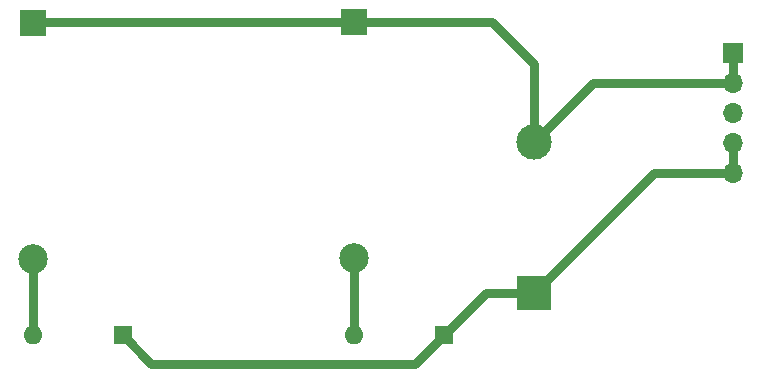
<source format=gbl>
G04 #@! TF.GenerationSoftware,KiCad,Pcbnew,5.1.10-88a1d61d58~88~ubuntu20.04.1*
G04 #@! TF.CreationDate,2021-05-25T18:58:43-04:00*
G04 #@! TF.ProjectId,pinball-wpc-battery,70696e62-616c-46c2-9d77-70632d626174,rev?*
G04 #@! TF.SameCoordinates,Original*
G04 #@! TF.FileFunction,Copper,L2,Bot*
G04 #@! TF.FilePolarity,Positive*
%FSLAX46Y46*%
G04 Gerber Fmt 4.6, Leading zero omitted, Abs format (unit mm)*
G04 Created by KiCad (PCBNEW 5.1.10-88a1d61d58~88~ubuntu20.04.1) date 2021-05-25 18:58:43*
%MOMM*%
%LPD*%
G01*
G04 APERTURE LIST*
G04 #@! TA.AperFunction,ComponentPad*
%ADD10O,1.600000X1.600000*%
G04 #@! TD*
G04 #@! TA.AperFunction,ComponentPad*
%ADD11R,1.600000X1.600000*%
G04 #@! TD*
G04 #@! TA.AperFunction,ComponentPad*
%ADD12C,2.500000*%
G04 #@! TD*
G04 #@! TA.AperFunction,ComponentPad*
%ADD13R,2.170000X2.170000*%
G04 #@! TD*
G04 #@! TA.AperFunction,ComponentPad*
%ADD14O,1.700000X1.700000*%
G04 #@! TD*
G04 #@! TA.AperFunction,ComponentPad*
%ADD15R,1.700000X1.700000*%
G04 #@! TD*
G04 #@! TA.AperFunction,ComponentPad*
%ADD16C,3.000000*%
G04 #@! TD*
G04 #@! TA.AperFunction,ComponentPad*
%ADD17R,3.000000X3.000000*%
G04 #@! TD*
G04 #@! TA.AperFunction,Conductor*
%ADD18C,0.762000*%
G04 #@! TD*
G04 APERTURE END LIST*
D10*
X173228000Y-109093000D03*
D11*
X180848000Y-109093000D03*
D10*
X146050000Y-109093000D03*
D11*
X153670000Y-109093000D03*
D12*
X173228000Y-102550000D03*
D13*
X173228000Y-82550000D03*
D12*
X146050000Y-102677000D03*
D13*
X146050000Y-82677000D03*
D14*
X205359000Y-95377000D03*
X205359000Y-92837000D03*
X205359000Y-90297000D03*
X205359000Y-87757000D03*
D15*
X205359000Y-85217000D03*
D16*
X188468000Y-92737000D03*
D17*
X188468000Y-105537000D03*
D18*
X205359000Y-87757000D02*
X205359000Y-85217000D01*
X193448000Y-87757000D02*
X188468000Y-92737000D01*
X205359000Y-87757000D02*
X193448000Y-87757000D01*
X146177000Y-82550000D02*
X146050000Y-82677000D01*
X173228000Y-82550000D02*
X146177000Y-82550000D01*
X184912000Y-82550000D02*
X173228000Y-82550000D01*
X188468000Y-86106000D02*
X184912000Y-82550000D01*
X188468000Y-92737000D02*
X188468000Y-86106000D01*
X205359000Y-95377000D02*
X205359000Y-92837000D01*
X198628000Y-95377000D02*
X188468000Y-105537000D01*
X205359000Y-95377000D02*
X198628000Y-95377000D01*
X184404000Y-105537000D02*
X180848000Y-109093000D01*
X188468000Y-105537000D02*
X184404000Y-105537000D01*
X180848000Y-109093000D02*
X178435000Y-111506000D01*
X156083000Y-111506000D02*
X153670000Y-109093000D01*
X178435000Y-111506000D02*
X156083000Y-111506000D01*
X146050000Y-102997000D02*
X146177000Y-102870000D01*
X146050000Y-109093000D02*
X146050000Y-102677000D01*
X173228000Y-109093000D02*
X173228000Y-102550000D01*
M02*

</source>
